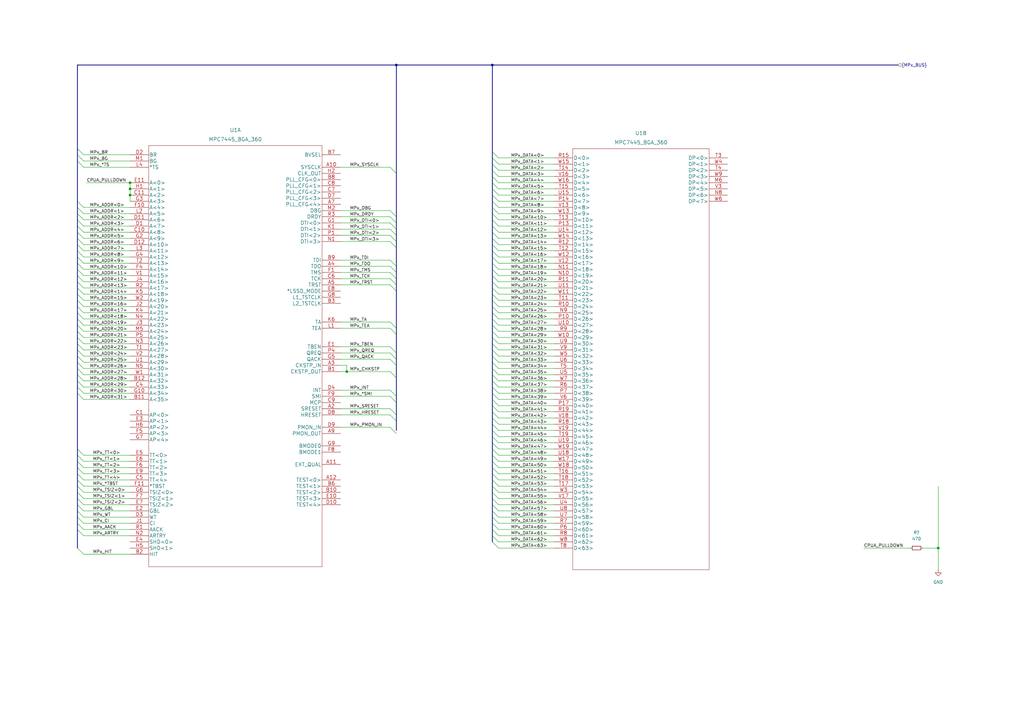
<source format=kicad_sch>
(kicad_sch (version 20211123) (generator eeschema)
  (paper "A3")
  (junction (at 142.24 152.4))
  (junction (at 53.34 77.47))
  (junction (at 53.34 80.01))
  (junction (at 53.34 74.93))
  (junction (at 162.56 26.67))
  (junction (at 384.81 224.79))
  (junction (at 201.93 26.67))
  (bus_entry (at 31.75 146.05) (size 2.54 2.54))
  (bus_entry (at 31.75 120.65) (size 2.54 2.54))
  (bus_entry (at 160.02 68.58) (size 2.54 2.54))
  (bus_entry (at 201.93 179.07) (size 2.54 2.54))
  (bus_entry (at 31.75 158.75) (size 2.54 2.54))
  (bus_entry (at 201.93 80.01) (size 2.54 2.54))
  (bus_entry (at 201.93 90.17) (size 2.54 2.54))
  (bus_entry (at 160.02 162.56) (size 2.54 2.54))
  (bus_entry (at 201.93 171.45) (size 2.54 2.54))
  (bus_entry (at 31.75 161.29) (size 2.54 2.54))
  (bus_entry (at 31.75 212.09) (size 2.54 2.54))
  (bus_entry (at 201.93 140.97) (size 2.54 2.54))
  (bus_entry (at 201.93 143.51) (size 2.54 2.54))
  (bus_entry (at 201.93 217.17) (size 2.54 2.54))
  (bus_entry (at 201.93 153.67) (size 2.54 2.54))
  (bus_entry (at 160.02 116.84) (size 2.54 2.54))
  (bus_entry (at 31.75 201.93) (size 2.54 2.54))
  (bus_entry (at 31.75 107.95) (size 2.54 2.54))
  (bus_entry (at 201.93 120.65) (size 2.54 2.54))
  (bus_entry (at 31.75 204.47) (size 2.54 2.54))
  (bus_entry (at 31.75 199.39) (size 2.54 2.54))
  (bus_entry (at 201.93 110.49) (size 2.54 2.54))
  (bus_entry (at 201.93 138.43) (size 2.54 2.54))
  (bus_entry (at 160.02 111.76) (size 2.54 2.54))
  (bus_entry (at 31.75 92.71) (size 2.54 2.54))
  (bus_entry (at 31.75 87.63) (size 2.54 2.54))
  (bus_entry (at 201.93 201.93) (size 2.54 2.54))
  (bus_entry (at 31.75 113.03) (size 2.54 2.54))
  (bus_entry (at 201.93 113.03) (size 2.54 2.54))
  (bus_entry (at 31.75 140.97) (size 2.54 2.54))
  (bus_entry (at 201.93 214.63) (size 2.54 2.54))
  (bus_entry (at 160.02 106.68) (size 2.54 2.54))
  (bus_entry (at 31.75 138.43) (size 2.54 2.54))
  (bus_entry (at 201.93 186.69) (size 2.54 2.54))
  (bus_entry (at 201.93 67.31) (size 2.54 2.54))
  (bus_entry (at 201.93 209.55) (size 2.54 2.54))
  (bus_entry (at 160.02 88.9) (size 2.54 2.54))
  (bus_entry (at 201.93 222.25) (size 2.54 2.54))
  (bus_entry (at 31.75 123.19) (size 2.54 2.54))
  (bus_entry (at 201.93 107.95) (size 2.54 2.54))
  (bus_entry (at 31.75 100.33) (size 2.54 2.54))
  (bus_entry (at 201.93 204.47) (size 2.54 2.54))
  (bus_entry (at 31.75 224.79) (size 2.54 2.54))
  (bus_entry (at 31.75 85.09) (size 2.54 2.54))
  (bus_entry (at 201.93 189.23) (size 2.54 2.54))
  (bus_entry (at 160.02 99.06) (size 2.54 2.54))
  (bus_entry (at 201.93 133.35) (size 2.54 2.54))
  (bus_entry (at 201.93 105.41) (size 2.54 2.54))
  (bus_entry (at 201.93 219.71) (size 2.54 2.54))
  (bus_entry (at 201.93 130.81) (size 2.54 2.54))
  (bus_entry (at 201.93 115.57) (size 2.54 2.54))
  (bus_entry (at 31.75 209.55) (size 2.54 2.54))
  (bus_entry (at 31.75 135.89) (size 2.54 2.54))
  (bus_entry (at 201.93 191.77) (size 2.54 2.54))
  (bus_entry (at 31.75 196.85) (size 2.54 2.54))
  (bus_entry (at 201.93 87.63) (size 2.54 2.54))
  (bus_entry (at 160.02 114.3) (size 2.54 2.54))
  (bus_entry (at 31.75 82.55) (size 2.54 2.54))
  (bus_entry (at 201.93 173.99) (size 2.54 2.54))
  (bus_entry (at 31.75 63.5) (size 2.54 2.54))
  (bus_entry (at 160.02 152.4) (size 2.54 2.54))
  (bus_entry (at 201.93 125.73) (size 2.54 2.54))
  (bus_entry (at 201.93 181.61) (size 2.54 2.54))
  (bus_entry (at 31.75 66.04) (size 2.54 2.54))
  (bus_entry (at 201.93 176.53) (size 2.54 2.54))
  (bus_entry (at 31.75 184.15) (size 2.54 2.54))
  (bus_entry (at 31.75 194.31) (size 2.54 2.54))
  (bus_entry (at 201.93 158.75) (size 2.54 2.54))
  (bus_entry (at 31.75 128.27) (size 2.54 2.54))
  (bus_entry (at 201.93 135.89) (size 2.54 2.54))
  (bus_entry (at 31.75 102.87) (size 2.54 2.54))
  (bus_entry (at 31.75 189.23) (size 2.54 2.54))
  (bus_entry (at 31.75 143.51) (size 2.54 2.54))
  (bus_entry (at 201.93 92.71) (size 2.54 2.54))
  (bus_entry (at 31.75 110.49) (size 2.54 2.54))
  (bus_entry (at 160.02 96.52) (size 2.54 2.54))
  (bus_entry (at 160.02 93.98) (size 2.54 2.54))
  (bus_entry (at 201.93 62.23) (size 2.54 2.54))
  (bus_entry (at 31.75 156.21) (size 2.54 2.54))
  (bus_entry (at 201.93 85.09) (size 2.54 2.54))
  (bus_entry (at 201.93 128.27) (size 2.54 2.54))
  (bus_entry (at 160.02 132.08) (size 2.54 2.54))
  (bus_entry (at 201.93 64.77) (size 2.54 2.54))
  (bus_entry (at 160.02 147.32) (size 2.54 2.54))
  (bus_entry (at 201.93 212.09) (size 2.54 2.54))
  (bus_entry (at 201.93 207.01) (size 2.54 2.54))
  (bus_entry (at 201.93 161.29) (size 2.54 2.54))
  (bus_entry (at 160.02 144.78) (size 2.54 2.54))
  (bus_entry (at 31.75 60.96) (size 2.54 2.54))
  (bus_entry (at 201.93 163.83) (size 2.54 2.54))
  (bus_entry (at 31.75 130.81) (size 2.54 2.54))
  (bus_entry (at 31.75 118.11) (size 2.54 2.54))
  (bus_entry (at 31.75 125.73) (size 2.54 2.54))
  (bus_entry (at 160.02 134.62) (size 2.54 2.54))
  (bus_entry (at 201.93 69.85) (size 2.54 2.54))
  (bus_entry (at 31.75 95.25) (size 2.54 2.54))
  (bus_entry (at 160.02 167.64) (size 2.54 2.54))
  (bus_entry (at 201.93 168.91) (size 2.54 2.54))
  (bus_entry (at 31.75 207.01) (size 2.54 2.54))
  (bus_entry (at 31.75 214.63) (size 2.54 2.54))
  (bus_entry (at 160.02 91.44) (size 2.54 2.54))
  (bus_entry (at 201.93 100.33) (size 2.54 2.54))
  (bus_entry (at 201.93 118.11) (size 2.54 2.54))
  (bus_entry (at 201.93 194.31) (size 2.54 2.54))
  (bus_entry (at 31.75 90.17) (size 2.54 2.54))
  (bus_entry (at 201.93 97.79) (size 2.54 2.54))
  (bus_entry (at 160.02 109.22) (size 2.54 2.54))
  (bus_entry (at 31.75 217.17) (size 2.54 2.54))
  (bus_entry (at 201.93 146.05) (size 2.54 2.54))
  (bus_entry (at 160.02 142.24) (size 2.54 2.54))
  (bus_entry (at 201.93 199.39) (size 2.54 2.54))
  (bus_entry (at 201.93 77.47) (size 2.54 2.54))
  (bus_entry (at 201.93 82.55) (size 2.54 2.54))
  (bus_entry (at 201.93 102.87) (size 2.54 2.54))
  (bus_entry (at 201.93 151.13) (size 2.54 2.54))
  (bus_entry (at 201.93 72.39) (size 2.54 2.54))
  (bus_entry (at 201.93 196.85) (size 2.54 2.54))
  (bus_entry (at 201.93 156.21) (size 2.54 2.54))
  (bus_entry (at 160.02 86.36) (size 2.54 2.54))
  (bus_entry (at 201.93 166.37) (size 2.54 2.54))
  (bus_entry (at 201.93 95.25) (size 2.54 2.54))
  (bus_entry (at 160.02 175.26) (size 2.54 2.54))
  (bus_entry (at 160.02 160.02) (size 2.54 2.54))
  (bus_entry (at 31.75 151.13) (size 2.54 2.54))
  (bus_entry (at 31.75 191.77) (size 2.54 2.54))
  (bus_entry (at 31.75 97.79) (size 2.54 2.54))
  (bus_entry (at 31.75 148.59) (size 2.54 2.54))
  (bus_entry (at 201.93 74.93) (size 2.54 2.54))
  (bus_entry (at 31.75 115.57) (size 2.54 2.54))
  (bus_entry (at 201.93 123.19) (size 2.54 2.54))
  (bus_entry (at 31.75 133.35) (size 2.54 2.54))
  (bus_entry (at 201.93 148.59) (size 2.54 2.54))
  (bus_entry (at 31.75 105.41) (size 2.54 2.54))
  (bus_entry (at 160.02 170.18) (size 2.54 2.54))
  (bus_entry (at 201.93 184.15) (size 2.54 2.54))
  (bus_entry (at 31.75 153.67) (size 2.54 2.54))
  (bus_entry (at 31.75 186.69) (size 2.54 2.54))
  (wire (pts (xy 34.29 128.27) (xy 53.34 128.27)))
  (bus (pts (xy 162.56 144.78) (xy 162.56 147.32)))
  (wire (pts (xy 34.29 199.39) (xy 53.34 199.39)))
  (bus (pts (xy 201.93 135.89) (xy 201.93 138.43)))
  (bus (pts (xy 31.75 100.33) (xy 31.75 102.87)))
  (bus (pts (xy 31.75 66.04) (xy 31.75 82.55)))
  (wire (pts (xy 204.47 77.47) (xy 227.33 77.47)))
  (bus (pts (xy 201.93 102.87) (xy 201.93 105.41)))
  (wire (pts (xy 34.29 85.09) (xy 53.34 85.09)))
  (wire (pts (xy 204.47 163.83) (xy 227.33 163.83)))
  (bus (pts (xy 201.93 153.67) (xy 201.93 156.21)))
  (bus (pts (xy 201.93 125.73) (xy 201.93 128.27)))
  (bus (pts (xy 201.93 168.91) (xy 201.93 171.45)))
  (wire (pts (xy 204.47 212.09) (xy 227.33 212.09)))
  (bus (pts (xy 31.75 113.03) (xy 31.75 115.57)))
  (bus (pts (xy 31.75 120.65) (xy 31.75 123.19)))
  (bus (pts (xy 31.75 138.43) (xy 31.75 140.97)))
  (bus (pts (xy 31.75 60.96) (xy 31.75 26.67)))
  (bus (pts (xy 201.93 69.85) (xy 201.93 72.39)))
  (bus (pts (xy 201.93 186.69) (xy 201.93 189.23)))
  (bus (pts (xy 31.75 82.55) (xy 31.75 85.09)))
  (bus (pts (xy 201.93 128.27) (xy 201.93 130.81)))
  (wire (pts (xy 34.29 87.63) (xy 53.34 87.63)))
  (bus (pts (xy 31.75 107.95) (xy 31.75 110.49)))
  (wire (pts (xy 142.24 152.4) (xy 160.02 152.4)))
  (bus (pts (xy 162.56 99.06) (xy 162.56 101.6)))
  (bus (pts (xy 201.93 105.41) (xy 201.93 107.95)))
  (wire (pts (xy 34.29 100.33) (xy 53.34 100.33)))
  (bus (pts (xy 201.93 184.15) (xy 201.93 186.69)))
  (wire (pts (xy 142.24 149.86) (xy 142.24 152.4)))
  (wire (pts (xy 204.47 87.63) (xy 227.33 87.63)))
  (wire (pts (xy 34.29 120.65) (xy 53.34 120.65)))
  (wire (pts (xy 204.47 186.69) (xy 227.33 186.69)))
  (wire (pts (xy 204.47 74.93) (xy 227.33 74.93)))
  (bus (pts (xy 201.93 74.93) (xy 201.93 77.47)))
  (wire (pts (xy 34.29 123.19) (xy 53.34 123.19)))
  (bus (pts (xy 31.75 209.55) (xy 31.75 212.09)))
  (bus (pts (xy 162.56 134.62) (xy 162.56 137.16)))
  (bus (pts (xy 201.93 176.53) (xy 201.93 179.07)))
  (wire (pts (xy 204.47 115.57) (xy 227.33 115.57)))
  (wire (pts (xy 204.47 72.39) (xy 227.33 72.39)))
  (wire (pts (xy 34.29 138.43) (xy 53.34 138.43)))
  (bus (pts (xy 201.93 173.99) (xy 201.93 176.53)))
  (wire (pts (xy 139.7 162.56) (xy 160.02 162.56)))
  (bus (pts (xy 31.75 161.29) (xy 31.75 184.15)))
  (bus (pts (xy 31.75 140.97) (xy 31.75 143.51)))
  (bus (pts (xy 201.93 113.03) (xy 201.93 115.57)))
  (wire (pts (xy 204.47 184.15) (xy 227.33 184.15)))
  (bus (pts (xy 162.56 91.44) (xy 162.56 93.98)))
  (bus (pts (xy 31.75 66.04) (xy 31.75 63.5)))
  (bus (pts (xy 201.93 143.51) (xy 201.93 146.05)))
  (bus (pts (xy 31.75 63.5) (xy 31.75 60.96)))
  (wire (pts (xy 34.29 90.17) (xy 53.34 90.17)))
  (bus (pts (xy 31.75 115.57) (xy 31.75 118.11)))
  (bus (pts (xy 201.93 181.61) (xy 201.93 184.15)))
  (bus (pts (xy 201.93 199.39) (xy 201.93 201.93)))
  (wire (pts (xy 204.47 67.31) (xy 227.33 67.31)))
  (bus (pts (xy 201.93 64.77) (xy 201.93 67.31)))
  (wire (pts (xy 34.29 135.89) (xy 53.34 135.89)))
  (bus (pts (xy 162.56 109.22) (xy 162.56 111.76)))
  (wire (pts (xy 139.7 142.24) (xy 160.02 142.24)))
  (wire (pts (xy 204.47 110.49) (xy 227.33 110.49)))
  (bus (pts (xy 201.93 97.79) (xy 201.93 100.33)))
  (wire (pts (xy 139.7 114.3) (xy 160.02 114.3)))
  (wire (pts (xy 139.7 167.64) (xy 160.02 167.64)))
  (wire (pts (xy 34.29 194.31) (xy 53.34 194.31)))
  (bus (pts (xy 201.93 62.23) (xy 201.93 64.77)))
  (wire (pts (xy 34.29 102.87) (xy 53.34 102.87)))
  (wire (pts (xy 34.29 125.73) (xy 53.34 125.73)))
  (bus (pts (xy 201.93 138.43) (xy 201.93 140.97)))
  (bus (pts (xy 201.93 146.05) (xy 201.93 148.59)))
  (wire (pts (xy 204.47 82.55) (xy 227.33 82.55)))
  (bus (pts (xy 162.56 93.98) (xy 162.56 96.52)))
  (bus (pts (xy 162.56 162.56) (xy 162.56 165.1)))
  (wire (pts (xy 204.47 69.85) (xy 227.33 69.85)))
  (bus (pts (xy 31.75 184.15) (xy 31.75 186.69)))
  (wire (pts (xy 34.29 97.79) (xy 53.34 97.79)))
  (wire (pts (xy 384.81 199.39) (xy 384.81 224.79)))
  (wire (pts (xy 204.47 120.65) (xy 227.33 120.65)))
  (wire (pts (xy 204.47 143.51) (xy 227.33 143.51)))
  (wire (pts (xy 204.47 92.71) (xy 227.33 92.71)))
  (bus (pts (xy 162.56 114.3) (xy 162.56 116.84)))
  (bus (pts (xy 201.93 77.47) (xy 201.93 80.01)))
  (bus (pts (xy 162.56 165.1) (xy 162.56 170.18)))
  (wire (pts (xy 204.47 123.19) (xy 227.33 123.19)))
  (bus (pts (xy 201.93 90.17) (xy 201.93 92.71)))
  (bus (pts (xy 31.75 123.19) (xy 31.75 125.73)))
  (wire (pts (xy 34.29 113.03) (xy 53.34 113.03)))
  (bus (pts (xy 201.93 161.29) (xy 201.93 163.83)))
  (wire (pts (xy 34.29 95.25) (xy 53.34 95.25)))
  (bus (pts (xy 31.75 194.31) (xy 31.75 196.85)))
  (bus (pts (xy 201.93 217.17) (xy 201.93 219.71)))
  (wire (pts (xy 34.29 151.13) (xy 53.34 151.13)))
  (wire (pts (xy 204.47 64.77) (xy 227.33 64.77)))
  (wire (pts (xy 34.29 156.21) (xy 53.34 156.21)))
  (wire (pts (xy 34.29 68.58) (xy 53.34 68.58)))
  (wire (pts (xy 34.29 191.77) (xy 53.34 191.77)))
  (wire (pts (xy 204.47 214.63) (xy 227.33 214.63)))
  (wire (pts (xy 204.47 217.17) (xy 227.33 217.17)))
  (wire (pts (xy 34.29 115.57) (xy 53.34 115.57)))
  (wire (pts (xy 204.47 204.47) (xy 227.33 204.47)))
  (bus (pts (xy 162.56 26.67) (xy 201.93 26.67)))
  (wire (pts (xy 204.47 153.67) (xy 227.33 153.67)))
  (bus (pts (xy 201.93 123.19) (xy 201.93 125.73)))
  (bus (pts (xy 201.93 133.35) (xy 201.93 135.89)))
  (wire (pts (xy 204.47 113.03) (xy 227.33 113.03)))
  (bus (pts (xy 201.93 194.31) (xy 201.93 196.85)))
  (wire (pts (xy 34.29 163.83) (xy 53.34 163.83)))
  (bus (pts (xy 201.93 100.33) (xy 201.93 102.87)))
  (wire (pts (xy 34.29 196.85) (xy 53.34 196.85)))
  (bus (pts (xy 31.75 214.63) (xy 31.75 217.17)))
  (wire (pts (xy 139.7 111.76) (xy 160.02 111.76)))
  (bus (pts (xy 162.56 71.12) (xy 162.56 88.9)))
  (wire (pts (xy 34.29 118.11) (xy 53.34 118.11)))
  (wire (pts (xy 34.29 148.59) (xy 53.34 148.59)))
  (bus (pts (xy 201.93 214.63) (xy 201.93 217.17)))
  (bus (pts (xy 162.56 170.18) (xy 162.56 172.72)))
  (bus (pts (xy 31.75 26.67) (xy 162.56 26.67)))
  (bus (pts (xy 31.75 207.01) (xy 31.75 209.55)))
  (bus (pts (xy 31.75 95.25) (xy 31.75 97.79)))
  (wire (pts (xy 34.29 227.33) (xy 53.34 227.33)))
  (wire (pts (xy 139.7 99.06) (xy 160.02 99.06)))
  (wire (pts (xy 204.47 146.05) (xy 227.33 146.05)))
  (wire (pts (xy 204.47 118.11) (xy 227.33 118.11)))
  (bus (pts (xy 201.93 92.71) (xy 201.93 95.25)))
  (wire (pts (xy 204.47 166.37) (xy 227.33 166.37)))
  (wire (pts (xy 378.46 224.79) (xy 384.81 224.79)))
  (wire (pts (xy 34.29 214.63) (xy 53.34 214.63)))
  (wire (pts (xy 204.47 90.17) (xy 227.33 90.17)))
  (wire (pts (xy 139.7 68.58) (xy 160.02 68.58)))
  (wire (pts (xy 139.7 144.78) (xy 160.02 144.78)))
  (wire (pts (xy 139.7 149.86) (xy 142.24 149.86)))
  (wire (pts (xy 204.47 130.81) (xy 227.33 130.81)))
  (bus (pts (xy 31.75 130.81) (xy 31.75 133.35)))
  (bus (pts (xy 31.75 148.59) (xy 31.75 151.13)))
  (wire (pts (xy 34.29 207.01) (xy 53.34 207.01)))
  (bus (pts (xy 201.93 87.63) (xy 201.93 90.17)))
  (wire (pts (xy 204.47 85.09) (xy 227.33 85.09)))
  (wire (pts (xy 34.29 158.75) (xy 53.34 158.75)))
  (wire (pts (xy 204.47 128.27) (xy 227.33 128.27)))
  (bus (pts (xy 201.93 189.23) (xy 201.93 191.77)))
  (wire (pts (xy 139.7 116.84) (xy 160.02 116.84)))
  (wire (pts (xy 204.47 97.79) (xy 227.33 97.79)))
  (bus (pts (xy 162.56 26.67) (xy 162.56 71.12)))
  (bus (pts (xy 201.93 85.09) (xy 201.93 87.63)))
  (bus (pts (xy 31.75 135.89) (xy 31.75 138.43)))
  (wire (pts (xy 139.7 93.98) (xy 160.02 93.98)))
  (bus (pts (xy 201.93 151.13) (xy 201.93 153.67)))
  (bus (pts (xy 31.75 199.39) (xy 31.75 201.93)))
  (bus (pts (xy 31.75 196.85) (xy 31.75 199.39)))
  (wire (pts (xy 204.47 219.71) (xy 227.33 219.71)))
  (bus (pts (xy 201.93 72.39) (xy 201.93 74.93)))
  (bus (pts (xy 162.56 88.9) (xy 162.56 91.44)))
  (wire (pts (xy 34.29 63.5) (xy 53.34 63.5)))
  (wire (pts (xy 35.56 74.93) (xy 53.34 74.93)))
  (bus (pts (xy 162.56 96.52) (xy 162.56 99.06)))
  (wire (pts (xy 204.47 171.45) (xy 227.33 171.45)))
  (wire (pts (xy 139.7 91.44) (xy 160.02 91.44)))
  (wire (pts (xy 204.47 179.07) (xy 227.33 179.07)))
  (wire (pts (xy 204.47 207.01) (xy 227.33 207.01)))
  (bus (pts (xy 201.93 201.93) (xy 201.93 204.47)))
  (wire (pts (xy 204.47 161.29) (xy 227.33 161.29)))
  (wire (pts (xy 204.47 181.61) (xy 227.33 181.61)))
  (wire (pts (xy 34.29 105.41) (xy 53.34 105.41)))
  (wire (pts (xy 204.47 201.93) (xy 227.33 201.93)))
  (bus (pts (xy 162.56 172.72) (xy 162.56 176.53)))
  (wire (pts (xy 34.29 219.71) (xy 53.34 219.71)))
  (wire (pts (xy 384.81 224.79) (xy 384.81 233.68)))
  (wire (pts (xy 204.47 224.79) (xy 227.33 224.79)))
  (wire (pts (xy 34.29 153.67) (xy 53.34 153.67)))
  (bus (pts (xy 201.93 179.07) (xy 201.93 181.61)))
  (bus (pts (xy 162.56 154.94) (xy 162.56 162.56)))
  (bus (pts (xy 31.75 118.11) (xy 31.75 120.65)))
  (wire (pts (xy 204.47 125.73) (xy 227.33 125.73)))
  (wire (pts (xy 204.47 138.43) (xy 227.33 138.43)))
  (bus (pts (xy 201.93 171.45) (xy 201.93 173.99)))
  (bus (pts (xy 201.93 209.55) (xy 201.93 212.09)))
  (wire (pts (xy 204.47 191.77) (xy 227.33 191.77)))
  (bus (pts (xy 31.75 158.75) (xy 31.75 161.29)))
  (wire (pts (xy 204.47 107.95) (xy 227.33 107.95)))
  (bus (pts (xy 201.93 207.01) (xy 201.93 209.55)))
  (bus (pts (xy 162.56 149.86) (xy 162.56 154.94)))
  (wire (pts (xy 204.47 158.75) (xy 227.33 158.75)))
  (bus (pts (xy 201.93 120.65) (xy 201.93 123.19)))
  (bus (pts (xy 201.93 67.31) (xy 201.93 69.85)))
  (bus (pts (xy 31.75 128.27) (xy 31.75 130.81)))
  (wire (pts (xy 204.47 194.31) (xy 227.33 194.31)))
  (bus (pts (xy 31.75 156.21) (xy 31.75 158.75)))
  (bus (pts (xy 31.75 92.71) (xy 31.75 95.25)))
  (wire (pts (xy 204.47 173.99) (xy 227.33 173.99)))
  (wire (pts (xy 139.7 152.4) (xy 142.24 152.4)))
  (wire (pts (xy 34.29 66.04) (xy 53.34 66.04)))
  (bus (pts (xy 31.75 85.09) (xy 31.75 87.63)))
  (bus (pts (xy 31.75 186.69) (xy 31.75 189.23)))
  (wire (pts (xy 34.29 209.55) (xy 53.34 209.55)))
  (wire (pts (xy 139.7 88.9) (xy 160.02 88.9)))
  (bus (pts (xy 201.93 118.11) (xy 201.93 120.65)))
  (wire (pts (xy 34.29 107.95) (xy 53.34 107.95)))
  (wire (pts (xy 204.47 199.39) (xy 227.33 199.39)))
  (bus (pts (xy 31.75 110.49) (xy 31.75 113.03)))
  (wire (pts (xy 204.47 222.25) (xy 227.33 222.25)))
  (wire (pts (xy 34.29 143.51) (xy 53.34 143.51)))
  (wire (pts (xy 139.7 96.52) (xy 160.02 96.52)))
  (bus (pts (xy 201.93 156.21) (xy 201.93 158.75)))
  (wire (pts (xy 204.47 151.13) (xy 227.33 151.13)))
  (wire (pts (xy 139.7 160.02) (xy 160.02 160.02)))
  (wire (pts (xy 34.29 140.97) (xy 53.34 140.97)))
  (wire (pts (xy 139.7 175.26) (xy 160.02 175.26)))
  (wire (pts (xy 53.34 74.93) (xy 53.34 77.47)))
  (wire (pts (xy 139.7 147.32) (xy 160.02 147.32)))
  (bus (pts (xy 162.56 137.16) (xy 162.56 144.78)))
  (bus (pts (xy 162.56 116.84) (xy 162.56 119.38)))
  (wire (pts (xy 34.29 130.81) (xy 53.34 130.81)))
  (bus (pts (xy 201.93 148.59) (xy 201.93 151.13)))
  (bus (pts (xy 31.75 153.67) (xy 31.75 156.21)))
  (bus (pts (xy 31.75 97.79) (xy 31.75 100.33)))
  (bus (pts (xy 162.56 119.38) (xy 162.56 134.62)))
  (bus (pts (xy 201.93 212.09) (xy 201.93 214.63)))
  (bus (pts (xy 31.75 87.63) (xy 31.75 90.17)))
  (bus (pts (xy 201.93 166.37) (xy 201.93 168.91)))
  (wire (pts (xy 139.7 106.68) (xy 160.02 106.68)))
  (bus (pts (xy 162.56 147.32) (xy 162.56 149.86)))
  (bus (pts (xy 31.75 151.13) (xy 31.75 153.67)))
  (wire (pts (xy 204.47 176.53) (xy 227.33 176.53)))
  (wire (pts (xy 139.7 170.18) (xy 160.02 170.18)))
  (bus (pts (xy 201.93 196.85) (xy 201.93 199.39)))
  (wire (pts (xy 34.29 110.49) (xy 53.34 110.49)))
  (wire (pts (xy 34.29 204.47) (xy 53.34 204.47)))
  (wire (pts (xy 34.29 212.09) (xy 53.34 212.09)))
  (wire (pts (xy 139.7 132.08) (xy 160.02 132.08)))
  (wire (pts (xy 53.34 80.01) (xy 53.34 82.55)))
  (bus (pts (xy 201.93 115.57) (xy 201.93 118.11)))
  (bus (pts (xy 31.75 191.77) (xy 31.75 194.31)))
  (wire (pts (xy 204.47 148.59) (xy 227.33 148.59)))
  (bus (pts (xy 31.75 143.51) (xy 31.75 146.05)))
  (bus (pts (xy 201.93 110.49) (xy 201.93 113.03)))
  (wire (pts (xy 34.29 133.35) (xy 53.34 133.35)))
  (wire (pts (xy 139.7 109.22) (xy 160.02 109.22)))
  (bus (pts (xy 31.75 204.47) (xy 31.75 207.01)))
  (wire (pts (xy 204.47 189.23) (xy 227.33 189.23)))
  (bus (pts (xy 31.75 102.87) (xy 31.75 105.41)))
  (bus (pts (xy 201.93 95.25) (xy 201.93 97.79)))
  (wire (pts (xy 34.29 146.05) (xy 53.34 146.05)))
  (wire (pts (xy 204.47 105.41) (xy 227.33 105.41)))
  (bus (pts (xy 201.93 204.47) (xy 201.93 207.01)))
  (bus (pts (xy 201.93 191.77) (xy 201.93 194.31)))
  (wire (pts (xy 204.47 100.33) (xy 227.33 100.33)))
  (bus (pts (xy 31.75 90.17) (xy 31.75 92.71)))
  (bus (pts (xy 201.93 82.55) (xy 201.93 85.09)))
  (wire (pts (xy 204.47 80.01) (xy 227.33 80.01)))
  (bus (pts (xy 31.75 133.35) (xy 31.75 135.89)))
  (bus (pts (xy 31.75 146.05) (xy 31.75 148.59)))
  (bus (pts (xy 201.93 80.01) (xy 201.93 82.55)))
  (wire (pts (xy 34.29 186.69) (xy 53.34 186.69)))
  (wire (pts (xy 204.47 140.97) (xy 227.33 140.97)))
  (bus (pts (xy 31.75 212.09) (xy 31.75 214.63)))
  (wire (pts (xy 34.29 189.23) (xy 53.34 189.23)))
  (bus (pts (xy 201.93 219.71) (xy 201.93 222.25)))
  (wire (pts (xy 139.7 86.36) (xy 160.02 86.36)))
  (wire (pts (xy 204.47 95.25) (xy 227.33 95.25)))
  (wire (pts (xy 204.47 133.35) (xy 227.33 133.35)))
  (bus (pts (xy 162.56 111.76) (xy 162.56 114.3)))
  (wire (pts (xy 34.29 201.93) (xy 53.34 201.93)))
  (wire (pts (xy 34.29 92.71) (xy 53.34 92.71)))
  (wire (pts (xy 204.47 209.55) (xy 227.33 209.55)))
  (bus (pts (xy 201.93 26.67) (xy 201.93 62.23)))
  (wire (pts (xy 34.29 161.29) (xy 53.34 161.29)))
  (bus (pts (xy 201.93 158.75) (xy 201.93 161.29)))
  (bus (pts (xy 201.93 140.97) (xy 201.93 143.51)))
  (bus (pts (xy 201.93 107.95) (xy 201.93 110.49)))
  (bus (pts (xy 31.75 217.17) (xy 31.75 224.79)))
  (wire (pts (xy 354.33 224.79) (xy 373.38 224.79)))
  (wire (pts (xy 204.47 196.85) (xy 227.33 196.85)))
  (bus (pts (xy 368.3 26.67) (xy 201.93 26.67)))
  (wire (pts (xy 139.7 134.62) (xy 160.02 134.62)))
  (bus (pts (xy 31.75 105.41) (xy 31.75 107.95)))
  (wire (pts (xy 204.47 168.91) (xy 227.33 168.91)))
  (wire (pts (xy 204.47 102.87) (xy 227.33 102.87)))
  (bus (pts (xy 31.75 125.73) (xy 31.75 128.27)))
  (wire (pts (xy 53.34 77.47) (xy 53.34 80.01)))
  (bus (pts (xy 162.56 101.6) (xy 162.56 109.22)))
  (wire (pts (xy 34.29 217.17) (xy 53.34 217.17)))
  (bus (pts (xy 201.93 163.83) (xy 201.93 166.37)))
  (bus (pts (xy 31.75 189.23) (xy 31.75 191.77)))
  (bus (pts (xy 201.93 130.81) (xy 201.93 133.35)))
  (bus (pts (xy 31.75 201.93) (xy 31.75 204.47)))
  (wire (pts (xy 204.47 135.89) (xy 227.33 135.89)))
  (wire (pts (xy 204.47 156.21) (xy 227.33 156.21)))
  (label "MPx_DTI<3>" (at 143.51 99.06 0))
  (label "MPx_ADDR<1>" (at 36.83 87.63 0))
  (label "MPx_TSIZ<1>" (at 38.1 204.47 0))
  (label "MPx_CI" (at 38.1 214.63 0))
  (label "MPx_TDI" (at 143.51 106.68 0))
  (label "MPx_DATA<10>" (at 209.55 90.17 0))
  (label "MPx_DATA<54>" (at 209.55 201.93 0))
  (label "MPx_INT" (at 143.51 160.02 0))
  (label "MPx_DATA<41>" (at 209.55 168.91 0))
  (label "MPx_TDO" (at 143.51 109.22 0))
  (label "MPx_DATA<37>" (at 209.55 158.75 0))
  (label "MPx_ADDR<11>" (at 36.83 113.03 0))
  (label "MPx_DATA<28>" (at 209.55 135.89 0))
  (label "MPx_DATA<62>" (at 209.55 222.25 0))
  (label "MPx_ADDR<8>" (at 36.83 105.41 0))
  (label "MPx_DATA<35>" (at 209.55 153.67 0))
  (label "MPx_QACK" (at 143.51 147.32 0))
  (label "MPx_ADDR<20>" (at 36.83 135.89 0))
  (label "MPx_ADDR<21>" (at 36.83 138.43 0))
  (label "MPx_DATA<16>" (at 209.55 105.41 0))
  (label "MPx_DATA<57>" (at 209.55 209.55 0))
  (label "MPx_DATA<24>" (at 209.55 125.73 0))
  (label "MPx_DATA<19>" (at 209.55 113.03 0))
  (label "MPx_DATA<12>" (at 209.55 95.25 0))
  (label "MPx_DATA<59>" (at 209.55 214.63 0))
  (label "MPx_DATA<40>" (at 209.55 166.37 0))
  (label "MPx_DATA<48>" (at 209.55 186.69 0))
  (label "MPx_DRDY" (at 143.51 88.9 0))
  (label "CPUA_PULLDOWN" (at 354.33 224.79 0))
  (label "MPx_ADDR<7>" (at 36.83 102.87 0))
  (label "MPx_*TS" (at 36.83 68.58 0))
  (label "MPx_ADDR<23>" (at 36.83 143.51 0))
  (label "MPx_TT<2>" (at 38.1 191.77 0))
  (label "MPx_QREQ" (at 143.51 144.78 0))
  (label "MPx_TMS" (at 143.51 111.76 0))
  (label "MPx_DATA<15>" (at 209.55 102.87 0))
  (label "MPx_DATA<55>" (at 209.55 204.47 0))
  (label "MPx_HRESET" (at 143.51 170.18 0))
  (label "MPx_DATA<34>" (at 209.55 151.13 0))
  (label "MPx_DATA<42>" (at 209.55 171.45 0))
  (label "MPx_DATA<38>" (at 209.55 161.29 0))
  (label "MPx_ADDR<30>" (at 36.83 161.29 0))
  (label "MPx_DATA<44>" (at 209.55 176.53 0))
  (label "MPx_ADDR<29>" (at 36.83 158.75 0))
  (label "MPx_TEA" (at 143.51 134.62 0))
  (label "MPx_DATA<11>" (at 209.55 92.71 0))
  (label "MPx_DATA<50>" (at 209.55 191.77 0))
  (label "MPx_TT<0>" (at 38.1 186.69 0))
  (label "MPx_DTI<2>" (at 143.51 96.52 0))
  (label "MPx_*TBST" (at 38.1 199.39 0))
  (label "MPx_DATA<32>" (at 209.55 146.05 0))
  (label "MPx_DATA<31>" (at 209.55 143.51 0))
  (label "MPx_DATA<0>" (at 209.55 64.77 0))
  (label "MPx_ADDR<25>" (at 36.83 148.59 0))
  (label "MPx_DBG" (at 143.51 86.36 0))
  (label "MPx_GBL" (at 38.1 209.55 0))
  (label "MPx_ADDR<12>" (at 36.83 115.57 0))
  (label "MPx_TT<3>" (at 38.1 194.31 0))
  (label "MPx_DATA<43>" (at 209.55 173.99 0))
  (label "MPx_DATA<27>" (at 209.55 133.35 0))
  (label "MPx_DATA<13>" (at 209.55 97.79 0))
  (label "MPx_WT" (at 38.1 212.09 0))
  (label "MPx_DATA<5>" (at 209.55 77.47 0))
  (label "MPx_ADDR<27>" (at 36.83 153.67 0))
  (label "MPx_ADDR<14>" (at 36.83 120.65 0))
  (label "MPx_ADDR<19>" (at 36.83 133.35 0))
  (label "MPx_DATA<18>" (at 209.55 110.49 0))
  (label "MPx_ADDR<17>" (at 36.83 128.27 0))
  (label "MPx_DTI<1>" (at 143.51 93.98 0))
  (label "MPx_DATA<26>" (at 209.55 130.81 0))
  (label "MPx_DATA<29>" (at 209.55 138.43 0))
  (label "MPx_DATA<46>" (at 209.55 181.61 0))
  (label "MPx_DATA<23>" (at 209.55 123.19 0))
  (label "MPx_ADDR<26>" (at 36.83 151.13 0))
  (label "MPx_TBEN" (at 143.51 142.24 0))
  (label "MPx_ADDR<15>" (at 36.83 123.19 0))
  (label "MPx_CHKSTP" (at 143.51 152.4 0))
  (label "MPx_TA" (at 143.51 132.08 0))
  (label "MPx_DATA<2>" (at 209.55 69.85 0))
  (label "MPx_DATA<47>" (at 209.55 184.15 0))
  (label "MPx_ADDR<22>" (at 36.83 140.97 0))
  (label "MPx_DATA<1>" (at 209.55 67.31 0))
  (label "MPx_DATA<53>" (at 209.55 199.39 0))
  (label "MPx_ARTRY" (at 38.1 219.71 0))
  (label "MPx_BG" (at 36.83 66.04 0))
  (label "MPx_DATA<45>" (at 209.55 179.07 0))
  (label "MPx_ADDR<0>" (at 36.83 85.09 0))
  (label "MPx_ADDR<5>" (at 36.83 97.79 0))
  (label "MPx_DATA<30>" (at 209.55 140.97 0))
  (label "MPx_DATA<58>" (at 209.55 212.09 0))
  (label "MPx_DATA<63>" (at 209.55 224.79 0))
  (label "MPx_*SMI" (at 143.51 162.56 0))
  (label "MPx_DATA<7>" (at 209.55 82.55 0))
  (label "MPx_DATA<14>" (at 209.55 100.33 0))
  (label "MPx_ADDR<4>" (at 36.83 95.25 0))
  (label "MPx_DATA<22>" (at 209.55 120.65 0))
  (label "MPx_DATA<25>" (at 209.55 128.27 0))
  (label "MPx_DATA<4>" (at 209.55 74.93 0))
  (label "MPx_HIT" (at 38.1 227.33 0))
  (label "MPx_TT<4>" (at 38.1 196.85 0))
  (label "CPUA_PULLDOWN" (at 35.56 74.93 0))
  (label "MPx_ADDR<3>" (at 36.83 92.71 0))
  (label "MPx_TSIZ<0>" (at 38.1 201.93 0))
  (label "MPx_DATA<39>" (at 209.55 163.83 0))
  (label "MPx_TCK" (at 143.51 114.3 0))
  (label "MPx_SRESET" (at 143.51 167.64 0))
  (label "MPx_ADDR<10>" (at 36.83 110.49 0))
  (label "MPx_DATA<60>" (at 209.55 217.17 0))
  (label "MPx_SYSCLK" (at 143.51 68.58 0))
  (label "MPx_ADDR<9>" (at 36.83 107.95 0))
  (label "MPx_ADDR<28>" (at 36.83 156.21 0))
  (label "MPx_DATA<61>" (at 209.55 219.71 0))
  (label "MPx_ADDR<18>" (at 36.83 130.81 0))
  (label "MPx_BR" (at 36.83 63.5 0))
  (label "MPx_DTI<0>" (at 143.51 91.44 0))
  (label "MPx_AACK" (at 38.1 217.17 0))
  (label "MPx_DATA<56>" (at 209.55 207.01 0))
  (label "MPx_TT<1>" (at 38.1 189.23 0))
  (label "MPx_DATA<17>" (at 209.55 107.95 0))
  (label "MPx_TSIZ<2>" (at 38.1 207.01 0))
  (label "MPx_DATA<3>" (at 209.55 72.39 0))
  (label "MPx_ADDR<13>" (at 36.83 118.11 0))
  (label "MPx_DATA<33>" (at 209.55 148.59 0))
  (label "MPx_DATA<49>" (at 209.55 189.23 0))
  (label "MPx_PMON_IN" (at 143.51 175.26 0))
  (label "MPx_DATA<8>" (at 209.55 85.09 0))
  (label "MPx_ADDR<31>" (at 36.83 163.83 0))
  (label "MPx_DATA<6>" (at 209.55 80.01 0))
  (label "MPx_DATA<9>" (at 209.55 87.63 0))
  (label "MPx_TRST" (at 143.51 116.84 0))
  (label "MPx_DATA<36>" (at 209.55 156.21 0))
  (label "MPx_ADDR<24>" (at 36.83 146.05 0))
  (label "MPx_ADDR<6>" (at 36.83 100.33 0))
  (label "MPx_DATA<21>" (at 209.55 118.11 0))
  (label "MPx_DATA<51>" (at 209.55 194.31 0))
  (label "MPx_ADDR<2>" (at 36.83 90.17 0))
  (label "MPx_DATA<52>" (at 209.55 196.85 0))
  (label "MPx_ADDR<16>" (at 36.83 125.73 0))
  (label "MPx_DATA<20>" (at 209.55 115.57 0))
  (hierarchical_label "{MPx_BUS}" (shape input) (at 368.3 26.67 0))
  (symbol (lib_id "Device:R_Small") (at 375.92 224.79 90) (unit 1)
    (property "Reference" "R?" (at 375.92 218.44 90))
    (property "Value" "470" (at 375.92 220.98 90))
    (property "Footprint" "Resistor_SMD:R_0603_1608Metric" (effects hide))
  )
  (symbol (lib_name "MPC7445_BGA_360_1") (lib_id "cust:MPC7445_BGA_360") (at 227.33 66.04 0) (unit 2)
    (property "Reference" "U1" (at 262.89 54.61 0) (effects (font (size 1.524 1.524))))
    (property "Value" "MPC7445_BGA_360" (at 262.89 58.42 0) (effects (font (size 1.524 1.524))))
    (property "Footprint" "cust:MPC7445_BGA_360" (effects hide))
  )
  (symbol (lib_id "power:GND") (at 384.81 233.68 0) (unit 1)
    (property "Reference" "#PWR?" (effects hide))
    (property "Value" "GND" (at 384.81 238.76 0))
  )
  (symbol (lib_id "cust:MPC7445_BGA_360") (at 53.34 64.77 0) (unit 1)
    (property "Reference" "U1" (at 96.52 53.34 0) (effects (font (size 1.524 1.524))))
    (property "Value" "MPC7445_BGA_360" (at 96.52 57.15 0) (effects (font (size 1.524 1.524))))
    (property "Footprint" "cust:MPC7445_BGA_360" (effects hide))
  )
)
</source>
